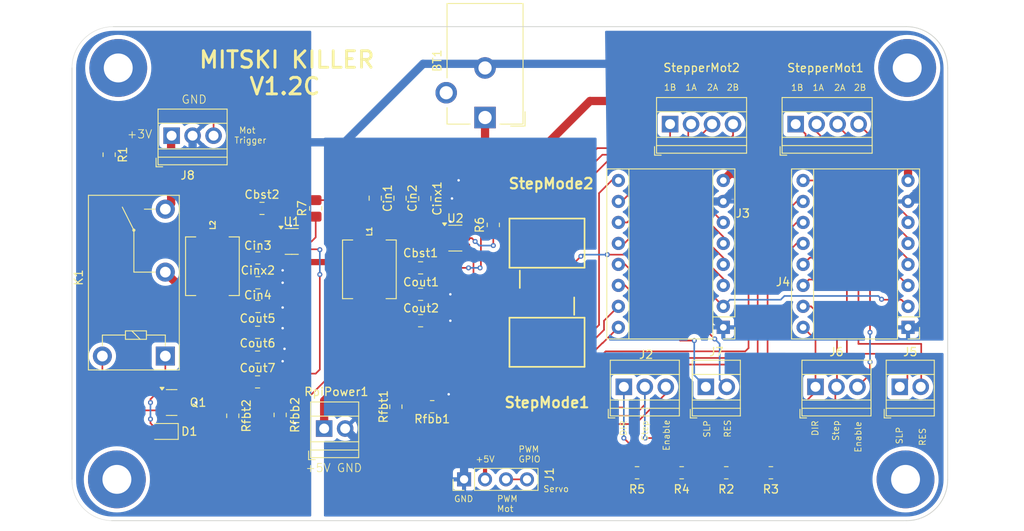
<source format=kicad_pcb>
(kicad_pcb (version 20240108) (generator "pcbnew") (generator_version "8.0")
  (layers (0 "F.Cu" signal) (31 "B.Cu" signal) (34 "B.Paste" user) (35 "F.Paste" user) (36 "B.SilkS" user "B.Silkscreen") (37 "F.SilkS" user "F.Silkscreen") (38 "B.Mask" user) (39 "F.Mask" user) (44 "Edge.Cuts" user))
  (net 0 "")
  (net 1 "GND")
  (net 2 "+12V")
  (net 3 "+5V")
  (net 4 "+3V")
  (net 5 "RPIO GPIO 17")
  (net 6 "RPIO GPIO 18")
  (net 7 "Net-(D1-A)")
  (net 8 "RPIO GPIO 24")
  (net 9 "RPIO GPIO 22")
  (net 10 "RPIO GPIO 23")
  (net 11 "RPIO GPIO 19")
  (net 12 "Net-(DCMotor1-+)")
  (net 13 "RPI GPIO 21")
  (net 14 "Net-(J3-MS3)")
  (net 15 "Net-(J3-1A)")
  (net 16 "Net-(J3-2A)")
  (net 17 "Net-(J3-~{SLEEP})")
  (net 18 "Net-(J3-MS1)")
  (net 19 "Net-(J3-~{RESET})")
  (net 20 "Net-(J3-2B)")
  (net 21 "Net-(J3-MS2)")
  (net 22 "Net-(J3-1B)")
  (net 23 "Net-(J4-MS3)")
  (net 24 "Net-(J4-2A)")
  (net 25 "Net-(J4-~{RESET})")
  (net 26 "Net-(J4-~{SLEEP})")
  (net 27 "Net-(J4-MS2)")
  (net 28 "Net-(J4-1A)")
  (net 29 "Net-(J4-MS1)")
  (net 30 "Net-(J4-1B)")
  (net 31 "Net-(J4-2B)")
  (net 32 "Net-(Q1-B)")
  (net 33 "Motor PWM")
  (net 34 "Net-(U2-VBST)")
  (net 35 "Net-(U2-SW)")
  (net 36 "Net-(U1-SW)")
  (net 37 "Net-(U1-VBST)")
  (net 38 "Net-(U2-VFB)")
  (net 39 "Net-(U1-VFB)")
  (net 40 "Net-(U1-EN)")
  (net 41 "Net-(U2-EN)")
  (footprint "Resistor_SMD:R_0805_2012Metric_Pad1.20x1.40mm_HandSolder" (layer "F.Cu") (at 158.2 88)
    (property "Reference" "R2")
    (property "Value" "10K")
  )
  (footprint "Capacitor_SMD:C_0805_2012Metric_Pad1.18x1.45mm_HandSolder" (layer "F.Cu") (at 101.5 62)
    (property "Reference" "Cin3")
    (property "Value" "10uF")
  )
  (footprint "TerminalBlock:TerminalBlock_Xinya_XY308-2.54-2P_1x02_P2.54mm_Horizontal" (layer "F.Cu") (at 109.525 82.65)
    (property "Reference" "RpiPower1")
    (property "Value" "Conn_01x02")
  )
  (footprint "Connector_BarrelJack:BarrelJack_CUI_PJ-102AH_Horizontal" (layer "F.Cu") (at 129 45 180)
    (property "Reference" "BT1")
    (property "Value" "Battery")
  )
  (footprint "Capacitor_SMD:C_0805_2012Metric_Pad1.18x1.45mm_HandSolder" (layer "F.Cu") (at 121.2 66.4)
    (property "Reference" "Cout1")
    (property "Value" "22uF")
  )
  (footprint "Package_TO_SOT_SMD:SOT-23-6" (layer "F.Cu") (at 105.6 60)
    (property "Reference" "U1")
    (property "Value" "TPS565208DDCR")
  )
  (footprint "TerminalBlock:TerminalBlock_Xinya_XY308-2.54-4P_1x04_P2.54mm_Horizontal" (layer "F.Cu") (at 166.6 45.8)
    (property "Reference" "StepperMot1")
    (property "Value" "Conn_01x04")
  )
  (footprint "SPM6530T-2R2M-HZ:IND_SPM6530T-2R2M-HZ" (layer "F.Cu") (at 96 63 -90)
    (property "Reference" "L2")
    (property "Value" "SPM6530T-2R2M")
  )
  (footprint "Resistor_SMD:R_0805_2012Metric_Pad1.20x1.40mm_HandSolder" (layer "F.Cu") (at 147.4 88)
    (property "Reference" "R5")
    (property "Value" "10K")
  )
  (footprint "Resistor_SMD:R_0805_2012Metric_Pad1.20x1.40mm_HandSolder" (layer "F.Cu") (at 152.8 88)
    (property "Reference" "R4")
    (property "Value" "10K")
  )
  (footprint "Capacitor_SMD:C_0805_2012Metric_Pad1.18x1.45mm_HandSolder" (layer "F.Cu") (at 121.7075 54.8 90)
    (property "Reference" "Cinx1")
    (property "Value" "100nF")
  )
  (footprint "MountingHole:MountingHole_3.5mm_Pad_TopBottom" (layer "F.Cu") (at 179.9 88.8)
    (property "Reference" "REF**" (hide yes))
    (property "Value" "MountingHole_3.5mm_Pad_TopBottom")
  )
  (footprint "TerminalBlock:TerminalBlock_Xinya_XY308-2.54-2P_1x02_P2.54mm_Horizontal" (layer "F.Cu") (at 179.2 77.6)
    (property "Reference" "J5")
    (property "Value" "Conn_01x02")
  )
  (footprint "Connector_PinHeader_2.54mm:PinHeader_1x04_P2.54mm_Vertical" (layer "F.Cu") (at 126.46 88.8 90)
    (property "Reference" "J1")
    (property "Value" "Conn_01x03")
  )
  (footprint "Resistor_SMD:R_0805_2012Metric_Pad1.20x1.40mm_HandSolder" (layer "F.Cu") (at 108.5 56 90)
    (property "Reference" "R7")
    (property "Value" "10k")
  )
  (footprint "DipSwitch-3Pin-219-3MST:SOP254P991X385-6N" (layer "F.Cu") (at 136.5 60.205 90)
    (property "Reference" "StepMode2")
    (property "Value" "219-3MST" (hide yes))
  )
  (footprint "Module:Pololu_Breakout-16_15.2x20.3mm" (layer "F.Cu") (at 180.2 70.4 180)
    (property "Reference" "J4")
    (property "Value" "Pololu_Breakout_A4988")
  )
  (footprint "TerminalBlock:TerminalBlock_Xinya_XY308-2.54-2P_1x02_P2.54mm_Horizontal" (layer "F.Cu") (at 155.725 77.6)
    (property "Reference" "J7")
    (property "Value" "Conn_01x02")
  )
  (footprint "Diode_SMD:D_0805_2012Metric_Pad1.15x1.40mm_HandSolder" (layer "F.Cu") (at 90 83 180)
    (property "Reference" "D1")
    (property "Value" "1N4001")
  )
  (footprint "Capacitor_SMD:C_0805_2012Metric_Pad1.18x1.45mm_HandSolder" (layer "F.Cu") (at 101.4625 77)
    (property "Reference" "Cout7")
    (property "Value" "22uF")
  )
  (footprint "Resistor_SMD:R_0805_2012Metric_Pad1.20x1.40mm_HandSolder" (layer "F.Cu") (at 83.5 49.5 -90)
    (property "Reference" "R1")
    (property "Value" "750")
  )
  (footprint "Package_TO_SOT_SMD:SOT-23-6" (layer "F.Cu") (at 125.4 59.6)
    (property "Reference" "U2")
    (property "Value" "TPS565208DDCR")
  )
  (footprint "Resistor_SMD:R_0805_2012Metric_Pad1.20x1.40mm_HandSolder" (layer "F.Cu") (at 98.4625 81.105 -90)
    (property "Reference" "Rfbt2")
    (property "Value" "33.2kOhm")
  )
  (footprint "Capacitor_SMD:C_0805_2012Metric_Pad1.18x1.45mm_HandSolder" (layer "F.Cu") (at 121.2 63.2)
    (property "Reference" "Cbst1")
    (property "Value" "100nF")
  )
  (footprint "Capacitor_SMD:C_0805_2012Metric_Pad1.18x1.45mm_HandSolder" (layer "F.Cu") (at 101.5 65)
    (property "Reference" "Cinx2")
    (property "Value" "100nF")
  )
  (footprint "Capacitor_SMD:C_0805_2012Metric_Pad1.18x1.45mm_HandSolder" (layer "F.Cu") (at 121.2 69.6)
    (property "Reference" "Cout2")
    (property "Value" "22uF")
  )
  (footprint "Resistor_SMD:R_0805_2012Metric_Pad1.20x1.40mm_HandSolder" (layer "F.Cu") (at 104.2 81 -90)
    (property "Reference" "Rfbb2")
    (property "Value" "10kOhm")
  )
  (footprint "Module:Pololu_Breakout-16_15.2x20.3mm" (layer "F.Cu") (at 157.84 70.4 180)
    (property "Reference" "J3")
    (property "Value" "Pololu_Breakout_A4988")
  )
  (footprint "SPM6530T-3R3M-HZ:IND_SPM6530T-3R3M-HZ" (layer "F.Cu") (at 115 63.375 -90)
    (property "Reference" "L1")
    (property "Value" "SPM6530T-3R3M")
  )
  (footprint "Capacitor_SMD:C_0805_2012Metric_Pad1.18x1.45mm_HandSolder" (layer "F.Cu") (at 101.5 67.875)
    (property "Reference" "Cin4")
    (property "Value" "10uF")
  )
  (footprint "MountingHole:MountingHole_3.5mm_Pad_TopBottom" (layer "F.Cu") (at 180.1 39)
    (property "Reference" "REF**" (hide yes))
    (property "Value" "MountingHole_3.5mm_Pad_TopBottom")
  )
  (footprint "DipSwitch-3Pin-219-3MST:SOP254P991X385-6N" (layer "F.Cu") (at 136.5 72.205 -90)
    (property "Reference" "StepMode1")
    (property "Value" "219-3MST" (hide yes))
  )
  (footprint "Capacitor_SMD:C_0805_2012Metric_Pad1.18x1.45mm_HandSolder" (layer "F.Cu") (at 102 56)
    (property "Reference" "Cbst2")
    (property "Value" "100nF")
  )
  (footprint "TerminalBlock:TerminalBlock_Xinya_XY308-2.54-4P_1x04_P2.54mm_Horizontal" (layer "F.Cu") (at 151.4 45.8)
    (property "Reference" "StepperMot2")
    (property "Value" "Conn_01x04")
  )
  (footprint "Capacitor_SMD:C_0805_2012Metric_Pad1.18x1.45mm_HandSolder" (layer "F.Cu") (at 118.7075 54.7625 90)
    (property "Reference" "Cin2")
    (property "Value" "10uF")
  )
  (footprint "Package_TO_SOT_SMD:SOT-23" (layer "F.Cu") (at 91.0625 79.5)
    (property "Reference" "Q1")
    (property "Value" "MMBT2222A")
  )
  (footprint "Capacitor_SMD:C_0805_2012Metric_Pad1.18x1.45mm_HandSolder" (layer "F.Cu") (at 101.4625 71)
    (property "Reference" "Cout5")
    (property "Value" "22uF")
  )
  (footprint "TerminalBlock:TerminalBlock_Xinya_XY308-2.54-3P_1x03_P2.54mm_Horizontal" (layer "F.Cu") (at 91.06 47.2)
    (property "Reference" "J8")
    (property "Value" "Conn_01x03")
  )
  (footprint "Resistor_SMD:R_0805_2012Metric_Pad1.20x1.40mm_HandSolder" (layer "F.Cu") (at 163.6 88)
    (property "Reference" "R3")
    (property "Value" "10K")
  )
  (footprint "Capacitor_SMD:C_0805_2012Metric_Pad1.18x1.45mm_HandSolder" (layer "F.Cu") (at 115.7075 54.7625 90)
    (property "Reference" "Cin1")
    (property "Value" "10uF")
  )
  (footprint "TerminalBlock:TerminalBlock_Xinya_XY308-2.54-3P_1x03_P2.54mm_Horizontal" (layer "F.Cu") (at 169 77.6)
    (property "Reference" "J6")
    (property "Value" "Conn_01x03")
  )
  (footprint "MountingHole:MountingHole_3.5mm_Pad_TopBottom" (layer "F.Cu") (at 84.435534 88.8)
    (property "Reference" "REF**" (hide yes))
    (property "Value" "MountingHole_3.5mm_Pad_TopBottom")
  )
  (footprint "Capacitor_SMD:C_0805_2012Metric_Pad1.18x1.45mm_HandSolder" (layer "F.Cu") (at 101.4625 74)
    (property "Reference" "Cout6")
    (property "Value" "22uF")
  )
  (footprint "MountingHole:MountingHole_3.5mm_Pad_TopBottom" (layer "F.Cu") (at 84.6 39)
    (property "Reference" "REF**" (hide yes))
    (property "Value" "MountingHole_3.5mm_Pad_TopBottom")
  )
  (footprint "Resistor_SMD:R_0805_2012Metric_Pad1.20x1.40mm_HandSolder" (layer "F.Cu") (at 130 58 90)
    (property "Reference" "R6")
    (property "Value" "10k")
  )
  (footprint "TerminalBlock:TerminalBlock_Xinya_XY308-2.54-3P_1x03_P2.54mm_Horizontal" (layer "F.Cu") (at 145.8 77.6)
    (property "Reference" "J2")
    (property "Value" "Conn_01x03")
  )
  (footprint "Resistor_SMD:R_0805_2012Metric_Pad1.20x1.40mm_HandSolder" (layer "F.Cu") (at 122.6 80)
    (property "Reference" "Rfbb1")
    (property "Value" "10kOhm")
  )
  (footprint "Resistor_SMD:R_0805_2012Metric_Pad1.20x1.40mm_HandSolder" (layer "F.Cu") (at 118.2075 80 -90)
    (property "Reference" "Rfbt1")
    (property "Value" "55kOhm")
  )
  (footprint "Relay_THT:Relay_SPST_Omron-G5Q-1A" (layer "F.Cu") (at 90.3 73.875 90)
    (property "Reference" "K1")
    (property "Value" "G5Q-1A")
  )
  (gr_arc (start 180 34) (mid 183.535534 35.464466) (end 185 39) (stroke (width 0.1)) (layer "Edge.Cuts"))
  (gr_line (start 185 39) (end 185 88.864466) (stroke (width 0.1)) (layer "Edge.Cuts"))
  (gr_arc (start 79 39) (mid 80.464466 35.464466) (end 84 34) (stroke (width 0.05)) (layer "Edge.Cuts"))
  (gr_line (start 84 34) (end 180 34) (stroke (width 0.1)) (layer "Edge.Cuts"))
  (gr_line (start 79 88.8) (end 79 39) (stroke (width 0.1)) (layer "Edge.Cuts"))
  (gr_arc (start 185 88.864466) (mid 183.522183 92.367767) (end 180 93.8) (stroke (width 0.1)) (layer "Edge.Cuts"))
  (gr_arc (start 83.8 93.8) (mid 80.364466 92.294113) (end 79 88.8) (stroke (width 0.05)) (layer "Edge.Cuts"))
  (gr_line (start 180 93.8) (end 83.8 93.8) (stroke (width 0.1)) (layer "Edge.Cuts"))
  (gr_text "2A" (at 171.19 41.82 0) (layer "F.SilkS") (effects (font (size 0.75 0.75) (thickness 0.1)) (justify left bottom)))
  (gr_text "GND" (at 125.2 91.6 0) (layer "F.SilkS") (effects (font (size 0.75 0.75) (thickness 0.1)) (justify left bottom)))
  (gr_text "SLP" (at 156.3 83.8 90) (layer "F.SilkS") (effects (font (size 0.75 0.75) (thickness 0.1)) (justify left bottom)))
  (gr_text "DIR" (at 146.2 83.6 90) (layer "F.SilkS") (effects (font (size 0.75 0.75) (thickness 0.1)) (justify left bottom)))
  (gr_text "PWM\nMot" (at 130.4 92.8 0) (layer "F.SilkS") (effects (font (size 0.75 0.75) (thickness 0.1)) (justify left bottom)))
  (gr_text "+5V" (at 107.2 88 0) (layer "F.SilkS") (effects (font (size 1 1) (thickness 0.1)) (justify left bottom)))
  (gr_text "Enable" (at 174.6 85.6 90) (layer "F.SilkS") (effects (font (size 0.75 0.75) (thickness 0.1)) (justify left bottom)))
  (gr_text "Step\n" (at 171.9 84.2 90) (layer "F.SilkS") (effects (font (size 0.75 0.75) (thickness 0.1)) (justify left bottom)))
  (gr_text "RES" (at 158.8 83.8 90) (layer "F.SilkS") (effects (font (size 0.75 0.75) (thickness 0.1)) (justify left bottom)))
  (gr_text "1A\n" (at 168.59 41.82 0) (layer "F.SilkS") (effects (font (size 0.75 0.75) (thickness 0.1)) (justify left bottom)))
  (gr_text "1B" (at 150.6 41.8 0) (layer "F.SilkS") (effects (font (size 0.75 0.75) (thickness 0.1)) (justify left bottom)))
  (gr_text "Step\n" (at 148.8 84.2 90) (layer "F.SilkS") (effects (font (size 0.75 0.75) (thickness 0.1)) (justify left bottom)))
  (gr_text "Servo" (at 136 90.4 0) (layer "F.SilkS") (effects (font (size 0.75 0.75) (thickness 0.1)) (justify left bottom)))
  (gr_text "1B" (at 165.99 41.82 0) (layer "F.SilkS") (effects (font (size 0.75 0.75) (thickness 0.1)) (justify left bottom)))
  (gr_text "RES" (at 182.4 84.8 90) (layer "F.SilkS") (effects (font (size 0.75 0.75) (thickness 0.1)) (justify left bottom)))
  (gr_text "GND" (at 92.2 43.4 0) (layer "F.SilkS") (effects (font (size 1 1) (thickness 0.1)) (justify left bottom)))
  (gr_text "DIR" (at 169.4 83.6 90) (layer "F.SilkS") (effects (font (size 0.75 0.75) (thickness 0.1)) (justify left bottom)))
  (gr_text "GND" (at 111 88 0) (layer "F.SilkS") (effects (font (size 1 1) (thickness 0.1)) (justify left bottom)))
  (gr_text "2B\n" (at 158.2 41.8 0) (layer "F.SilkS") (effects (font (size 0.75 0.75) (thickness 0.1)) (justify left bottom)))
  (gr_text "PWM\nGPIO" (at 133 86.8 0) (layer "F.SilkS") (effects (font (size 0.75 0.75) (thickness 0.1)) (justify left bottom)))
  (gr_text "1A\n" (at 153.2 41.8 0) (layer "F.SilkS") (effects (font (size 0.75 0.75) (thickness 0.1)) (justify left bottom)))
  (gr_text "+3V" (at 85.6 47.6 0) (layer "F.SilkS") (effects (font (size 1 1) (thickness 0.1)) (justify left bottom)))
  (gr_text "Enable" (at 151.4 85.4 90) (layer "F.SilkS") (effects (font (size 0.75 0.75) (thickness 0.1)) (justify left bottom)))
  (gr_text "2B\n" (at 173.59 41.82 0) (layer "F.SilkS") (effects (font (size 0.75 0.75) (thickness 0.1)) (justify left bottom)))
  (gr_text "+5V" (at 127.8 86.8 0) (layer "F.SilkS") (effects (font (size 0.75 0.75) (thickness 0.1)) (justify left bottom)))
  (gr_text " Mot \nTrigger" (at 98.6 48.2 0) (layer "F.SilkS") (effects (font (size 0.75 0.75) (thickness 0.1)) (justify left bottom)))
  (gr_text "MITSKI KILLER \n    V1.2C" (at 94.2 42.4 0) (layer "F.SilkS") (effects (font (size 2 2) (thickness 0.35) (bold yes)) (justify left bottom)))
  (gr_text "2A" (at 155.8 41.8 0) (layer "F.SilkS") (effects (font (size 0.75 0.75) (thickness 0.1)) (justify left bottom)))
  (gr_text "SLP" (at 179.6 84.6 90) (layer "F.SilkS") (effects (font (size 0.75 0.75) (thickness 0.1)) (justify left bottom)))
  (segment (start 123.7075 79.1675) (end 123.7075 80) (width 0.2) (layer "F.Cu") (net 1))
  (segment (start 124.2625 58.65) (end 124.2625 58.1375) (width 0.2) (layer "F.Cu") (net 1))
  (segment (start 103.605 73) (end 102.5 74.105) (width 0.2) (layer "F.Cu") (net 1))
  (segment (start 125.8 52.6) (end 123 52.6) (width 0.2) (layer "F.Cu") (net 1))
  (segment (start 94 79.5) (end 92 79.5) (width 0.2) (layer "F.Cu") (net 1))
  (segment (start 119.7825 54.8) (end 118.7075 53.725) (width 0.2) (layer "F.Cu") (net 1))
  (segment (start 102.5375 67.875) (end 104.375 67.875) (width 0.2) (layer "F.Cu") (net 1))
  (segment (start 124.8 69.6) (end 122.2375 69.6) (width 0.2) (layer "F.Cu") (net 1))
  (segment (start 121.7075 53.7625) (end 121.7075 54.155) (width 0.2) (layer "F.Cu") (net 1))
  (segment (start 126.46 88.8) (end 126.46 90.26) (width 0.2) (layer "F.Cu") (net 1))
  (segment (start 157.2 90.34) (end 160.26 90.34) (width 0.2) (layer "F.Cu") (net 1))
  (segment (start 124.375 78.5) (end 123.7075 79.1675) (width 0.2) (layer "F.Cu") (net 1))
  (segment (start 115.7075 53.725) (end 118.7075 53.725) (width 0.2) (layer "F.Cu") (net 1))
  (segment (start 105.5 58.1) (end 104.55 59.05) (width 0.2) (layer "F.Cu") (net 1))
  (segment (start 139.86 90.34) (end 146.4 90.34) (width 0.2) (layer "F.Cu") (net 1))
  (segment (start 151.8 90.34) (end 157.2 90.34) (width 0.2) (layer "F.Cu") (net 1))
  (segment (start 104.375 67.875) (end 104.5 68) (width 0.2) (layer "F.Cu") (net 1))
  (segment (start 102.5 76.5) (end 104.5 74.5) (width 0.2) (layer "F.Cu") (net 1))
  (segment (start 127.4 91.2) (end 139 91.2) (width 0.2) (layer "F.Cu") (net 1))
  (segment (start 102.5 71.5) (end 102.5 77.5) (width 0.2) (layer "F.Cu") (net 1))
  (segment (start 104.0375 63.5) (end 104.5 63.5) (width 0.2) (layer "F.Cu") (net 1))
  (segment (start 146.4 90.34) (end 151.8 90.34) (width 0.2) (layer "F.Cu") (net 1))
  (segment (start 160.26 90.34) (end 162.6 88) (width 0.2) (layer "F.Cu") (net 1))
  (segment (start 121.67 53.725) (end 121.7075 53.7625) (width 0.2) (layer "F.Cu") (net 1))
  (segment (start 122.2375 66.4) (end 121.98125 66.65625) (width 0.2) (layer "F.Cu") (net 1))
  (segment (start 146.4 88) (end 146.4 90.34) (width 0.2) (layer "F.Cu") (net 1))
  (segment (start 162.85 88) (end 162.6 88) (width 0.2) (layer "F.Cu") (net 1))
  (segment (start 104.72625 73) (end 103.605 73) (width 0.2) (layer "F.Cu") (net 1))
  (segment (start 102.5 77.5) (end 102.5 76.5) (width 0.2) (layer "F.Cu") (net 1))
  (segment (start 124.8 66.4) (end 122.2375 66.4) (width 0.2) (layer "F.Cu") (net 1))
  (segment (start 118.7075 53.725) (end 119 54.0175) (width 0.2) (layer "F.Cu") (net 1))
  (segment (start 102.5375 65) (end 104.5 65) (width 0.2) (layer "F.Cu") (net 1))
  (segment (start 121.98125 66.65625) (end 121.98125 69.34375) (width 0.2) (layer "F.Cu") (net 1))
  (segment (start 125 54.8) (end 119.7825 54.8) (width 0.2) (layer "F.Cu") (net 1))
  (segment (start 119.775 52.6) (end 119 53.375) (width 0.2) (layer "F.Cu") (net 1))
  (segment (start 151.8 88) (end 151.8 90.34) (width 0.2) (layer "F.Cu") (net 1))
  (segment (start 104 71) (end 102.5 71) (width 0.2) (layer "F.Cu") (net 1))
  (segment (start 121.98125 69.34375) (end 122.2375 69.6) (width 0.2) (layer "F.Cu") (net 1))
  (segment (start 124.2625 58.1375) (end 124.8 57.6) (width 0.2) (layer "F.Cu") (net 1))
  (segment (start 104.55 59.05) (end 104.4625 59.05) (width 0.2) (layer "F.Cu") (net 1))
  (segment (start 123 52.6) (end 119.775 52.6) (width 0.2) (layer "F.Cu") (net 1))
  (segment (start 126.46 88.8) (end 126.46 89.26) (width 0.2) (layer "F.Cu") (net 1))
  (segment (start 106 82) (end 104.2 82) (width 0.2) (layer "F.Cu") (net 1))
  (segment (start 157.2 88) (end 157.2 90.34) (width 0.2) (layer "F.Cu") (net 1))
  (segment (start 104.5 70.5) (end 104 71) (width 0.2) (layer "F.Cu") (net 1))
  (segment (start 123 52.6) (end 122.87 52.6) (width 0.2) (layer "F.Cu") (net 1))
  (segment (start 124.6 78.5) (end 124.375 78.5) (width 0.2) (layer "F.Cu") (net 1))
  (segment (start 126.46 90.26) (end 127.4 91.2) (width 0.2) (layer "F.Cu") (net 1))
  (segment (start 122.87 52.6) (end 121.7075 53.7625) (width 0.2) (layer "F.Cu") (net 1))
  (segment (start 102.5375 62) (end 104.0375 63.5) (width 0.2) (layer "F.Cu") (net 1))
  (segment (start 139 91.2) (end 139.86 90.34) (width 0.2) (layer "F.Cu") (net 1))
  (segment (start 118.7075 53.725) (end 121.67 53.725) (width 0.2) (layer "F.Cu") (net 1))
  (via (at 124.8 66.4) (size 0.6) (drill 0.3) (layers "F.Cu" "B.Cu") (net 1))
  (via (at 104.5 65) (size 0.6) (drill 0.3) (layers "F.Cu" "B.Cu") (net 1))
  (via (at 125 54.8) (size 0.6) (drill 0.3) (layers "F.Cu" "B.Cu") (net 1))
  (via (at 106 82) (size 0.6) (drill 0.3) (layers "F.Cu" "B.Cu") (net 1))
  (via (at 104.72625 73) (size 0.6) (drill 0.3) (layers "F.Cu" "B.Cu") (net 1))
  (via (at 104.5 63.5) (size 0.6) (drill 0.3) (layers "F.Cu" "B.Cu") (net 1))
  (via (at 124.8 69.6) (size 0.6) (drill 0.3) (layers "F.Cu" "B.Cu") (net 1))
  (via (at 104.5 68) (size 0.6) (drill 0.3) (layers "F.Cu" "B.Cu") (net 1))
  (via (at 125.8 52.6) (size 0.6) (drill 0.3) (layers "F.Cu" "B.Cu") (net 1))
  (via (at 104.5 70.5) (size 0.6) (drill 0.3) (layers "F.Cu" "B.Cu") (net 1))
  (via (at 105.5 58.1) (size 0.6) (drill 0.3) (layers "F.Cu" "B.Cu") (net 1))
  (via (at 124.8 57.6) (size 0.6) (drill 0.3) (layers "F.Cu" "B.Cu") (net 1))
  (via (at 124.6 78.5) (size 0.6) (drill 0.3) (layers "F.Cu" "B.Cu") (net 1))
  (via (at 104.5 74.5) (size 0.6) (drill 0.3) (layers "F.Cu" "B.Cu") (net 1))
  (via (at 94 79.5) (size 0.6) (drill 0.3) (layers "F.Cu" "B.Cu") (net 1))
  (segment (start 112 48) (end 121.5 38.5) (width 1) (layer "B.Cu") (net 1))
  (segment (start 182.4 47) (end 182.4 69.4) (width 1) (layer "B.Cu") (net 1))
  (segment (start 164.2 39.5) (end 164.2 54.155) (width 1) (layer "B.Cu") (net 1))
  (segment (start 164.2 54.155) (end 164 54.355) (width 1) (layer "B.Cu") (net 1))
  (segment (start 93.6 47.2) (end 93.6 48.9) (width 1) (layer "B.Cu") (net 1))
  (segment (start 157.84 55.16) (end 150.845 55.16) (width 1) (layer "B.Cu") (net 1))
  (segment (start 180.91 54.45) (end 180.2 55.16) (width 1) (layer "B.Cu") (net 1))
  (segment (start 158.645 54.355) (end 157.84 55.16) (width 1) (layer "B.Cu") (net 1))
  (segment (start 114.415 85) (end 125.8 85) (width 1) (layer "B.Cu") (net 1))
  (segment (start 106 82.5) (end 106 82) (width 0.2) (layer "B.Cu") (net 1))
  (segment (start 112 48) (end 107 48) (width 1) (layer "B.Cu") (net 1))
  (segment (start 179 43.6) (end 182.4 47) (width 1) (layer "B.Cu") (net 1))
  (segment (start 182.4 69.4) (end 181.4 70.4) (width 1) (layer "B.Cu") (net 1))
  (segment (start 165.2 38.5) (end 172.9 38.5) (width 1) (layer "B.Cu") (net 1))
  (segment (start 121.5 38.5) (end 165.2 38.5) (width 1) (layer "B.Cu") (net 1))
  (segment (start 112.065 82.65) (end 114.415 85) (width 1) (layer "B.Cu") (net 1))
  (segment (start 165.2 38.5) (end 164.2 39.5) (width 1) (layer "B.Cu") (net 1))
  (segment (start 105.9625 81.9625) (end 106 82) (width 0.2) (layer "B.Cu") (net 1))
  (segment (start 172.9 38.5) (end 178 43.6) (width 1) (layer "B.Cu") (net 1))
  (segment (start 164 54.355) (end 158.645 54.355) (width 1) (layer "B.Cu") (net 1))
  (segment (start 150.8 63.36) (end 157.84 70.4) (width 1) (layer "B.Cu") (net 1))
  (segment (start 126.46 86.26) (end 126.46 88.8) (width 1) (layer "B.Cu") (net 1))
  (segment (start 125.8 48) (end 125.8 56) (width 1) (layer "B.Cu") (net 1))
  (segment (start 150.8 55.205) (end 150.8 63.36) (width 1) (layer "B.Cu") (net 1))
  (segment (start 125.8 85.6) (end 126.46 86.26) (width 1) (layer "B.Cu") (net 1))
  (segment (start 178 43.6) (end 179 43.6) (width 1) (layer "B.Cu") (net 1))
  (segment (start 112 48) (end 125.8 48) (width 1) (layer "B.Cu") (net 1))
  (segment (start 125.8 85) (end 125.8 85.6) (width 1) (layer "B.Cu") (net 1))
  (segment (start 182.35 54.45) (end 180.91 54.45) (width 1) (layer "B.Cu") (net 1))
  (segment (start 181.4 70.4) (end 180.2 70.4) (width 1) (layer "B.Cu") (net 1))
  (segment (start 150.845 55.16) (end 150.8 55.205) (width 1) (layer "B.Cu") (net 1))
  (segment (start 125.8 85) (end 125.8 78.4) (width 1) (layer "B.Cu") (net 1))
  (segment (start 100.4625 62) (end 101.5125 60.95) (width 0.2) (layer "F.Cu") (net 2))
  (segment (start 119.6 57) (end 119.0375 56.4375) (width 0.2) (layer "F.Cu") (net 2))
  (segment (start 126.48919 57) (end 126.344595 57.144595) (width 0.2) (layer "F.Cu") (net 2))
  (segment (start 126.344595 57.144595) (end 127.5 55.98919) (width 1) (layer "F.Cu") (net 2))
  (segment (start 110.5 62.5) (end 105.5 62.5) (width 0.75) (layer "F.Cu") (net 2))
  (segment (start 124.85 60.55) (end 124.2625 60.55) (width 0.35) (layer "F.Cu") (net 2))
  (segment (start 110.5 55.1) (end 115 50.6) (width 1) (layer "F.Cu") (net 2))
  (segment (start 161.785 51.815) (end 158.645 51.815) (width 1) (layer "F.Cu") (net 2))
  (segment (start 125.6 56) (end 126.6 57) (width 0.2) (layer "F.Cu") (net 2))
  (segment (start 121.7075 55.8375) (end 121.87 56) (width 0.2) (layer "F.Cu") (net 2))
  (segment (start 180.2 48.2) (end 180.2 52.62) (width 1) (layer "F.Cu") (net 2))
  (segment (start 129 50.6) (end 129.2 50.8) (width 1) (layer "F.Cu") (net 2))
  (segment (start 125.4 60) (end 124.85 60.55) (width 0.35) (layer "F.Cu") (net 2))
  (segment (start 110.5 62.5) (end 110.5 55.1) (width 1) (layer "F.Cu") (net 2))
  (segment (start 108.5 55) (end 110.4 55) (width 0.2) (layer "F.Cu") (net 2))
  (segment (start 110.4 55) (end 110.5 55.1) (width 0.2) (layer "F.Cu") (net 2))
  (segment (start 130 57) (end 126.48919 57) (width 0.2) (layer "F.Cu") (net 2))
  (segment (start 105.5 62.5) (end 105 62) (width 0.75) (layer "F.Cu") (net 2))
  (segment (start 125.4 58.08919) (end 125.4 60) (width 0.35) (layer "F.Cu") (net 2))
  (segment (start 115 50.6) (end 129 50.6) (width 1) (layer "F.Cu") (net 2))
  (segment (start 121.7075 55.8375) (end 121.67 55.8) (width 0.2) (layer "F.Cu") (net 2))
  (segment (start 127.5 55.98919) (end 127.5 55.5) (width 1) (layer "F.Cu") (net 2))
  (segment (start 105 62) (end 104.4625 61.4625) (width 0.5) (layer "F.Cu") (net 2))
  (segment (start 141.705 43) (end 175 43) (width 1) (layer "F.Cu") (net 2))
  (segment (start 129.2 50.8) (end 133.905 50.8) (width 1) (layer "F.Cu") (net 2))
  (segment (start 100.4625 65) (end 100.4625 62) (width 0.2) (layer "F.Cu") (net 2))
  (segment (start 162 51.6) (end 161.785 51.815) (width 1) (layer "F.Cu") (net 2))
  (segment (start 175 43) (end 180.2 48.2) (width 1) (layer "F.Cu") (net 2))
  (segment (start 118.8375 55.8) (end 119 55.9625) (width 0.2) (layer "F.Cu") (net 2))
  (segment (start 121.87 56) (end 125.6 56) (width 0.2) (layer "F.Cu") (net 2))
  (segment (start 133.905 50.8) (end 141.705 43) (width 1) (layer "F.Cu") (net 2))
  (segment (start 121.67 55.8) (end 118.7075 55.8) (width 0.2) (layer "F.Cu") (net 2))
  (segment (start 104.4625 61.4625) (end 104.4625 61) (width 0.5) (layer "F.Cu") (net 2))
  (segment (start 101.5125 60.95) (end 104.4625 60.95) (width 0.2) (layer "F.Cu") (net 2))
  (segment (start 158.645 51.815) (end 157.84 52.62) (width 1) (layer "F.Cu") (net 2))
  (segment (start 127.089191 56.4) (end 127.4 56.4) (width 0.35) (layer "F.Cu") (net 2))
  (segment (start 115.7075 55.8) (end 118.8375 55.8) (width 0.2) (layer "F.Cu") (net 2))
  (segment (start 129 54) (end 129 45) (width 1) (layer "F.Cu") (net 2))
  (segment (start 126.344595 57.144595) (end 125.4 58.08919) (width 0.35) (layer "F.Cu") (net 2))
  (segment (start 100.4625 67.875) (end 100.4625 65) (width 0.2) (layer "F.Cu") (net 2))
  (segment (start 126.444596 57.044596) (end 126.4 57) (width 0.2) (layer "F.Cu") (net 2))
  (segment (start 127.5 55.5) (end 129 54) (width 1) (layer "F.Cu") (net 2))
  (segment (start 162 43) (end 162 51.6) (width 1) (layer "F.Cu") (net 2))
  (segment (start 126.4 57) (end 119.6 57) (width 0.2) (layer "F.Cu") (net 2))
  (segment (start 107 78.5) (end 108 78.5) (width 0.2) (layer "F.Cu") (net 3))
  (segment (start 94.5 84.5) (end 107 84.5) (width 0.2) (layer "F.Cu") (net 3))
  (segment (start 133.96 64.58) (end 136.5 64.58) (width 0.2) (layer "F.Cu") (net 3))
  (segment (start 91.025 83) (end 93 83) (width 0.2) (layer "F.Cu") (net 3))
  (segment (start 129 82.6) (end 129 88.8) (width 0.5) (layer "F.Cu") (net 3))
  (segment (start 136.5 64.58) (end 136.5 67.83) (width 0.2) (layer "F.Cu") (net 3))
  (segment (start 109.525 82.65) (end 109.525 79.275) (width 1) (layer "F.Cu") (net 3))
  (segment (start 91.025 83) (end 91.025 84.975) (width 0.2) (layer "F.Cu") (net 3))
  (segment (start 129 82.6) (end 115.6 82.6) (width 0.5) (layer "F.Cu") (net 3))
  (segment (start 108 78.5) (end 114 72.5) (width 0.2) (layer "F.Cu") (net 3))
  (segment (start 179.395 67.055) (end 180.2 67.86) (width 0.2) (layer "F.Cu") (net 3))
  (segment (start 107 84.5) (end 107 78.5) (width 0.2) (layer "F.Cu") (net 3))
  (segment (start 129 82.6) (end 129.4 82.2) (width 0.2) (layer "F.Cu") (net 3))
  (segment (start 115.6 82.6) (end 115.6 75.6) (width 0.5) (layer "F.Cu") (net 3))
  (segment (start 115 66.15) (end 115 67.6) (width 0.75) (layer "F.Cu") (net 3))
  (segment (start 117.5 78.2925) (end 117.5 76) (width 0.2) (layer "F.Cu") (net 3))
  (segment (start 118.2075 79) (end 117.5 78.2925) (width 0.2) (layer "F.Cu") (net 3))
  (segment (start 139.04 63.36) (end 139.04 64.58) (width 0.2) (layer "F.Cu") (net 3))
  (segment (start 177.055 67.055) (end 179.395 67.055) (width 0.2) (layer "F.Cu") (net 3))
  (segment (start 143.8 61.6) (end 151.58 61.6) (width 0.2) (layer "F.Cu") (net 3))
  (segment (start 120.1625 67.71875) (end 118.59375 66.15) (width 0.2) (layer "F.Cu") (net 3))
  (segment (start 91 85) (end 88 85) (width 0.2) (layer "F.Cu") (net 3))
  (segment (start 91.025 84.975) (end 91 85) (width 0.2) (layer "F.Cu") (net 3))
  (segment (start 129.4 82.2) (end 129.4 71.4) (width 0.2) (layer "F.Cu") (net 3))
  (segment (start 129.4 71.4) (end 132.97 67.83) (width 0.2) (layer "F.Cu") (net 3))
  (segment (start 139.04 67.83) (end 136.5 67.83) (width 0.2) (layer "F.Cu") (net 3))
  (segment (start 115.6 75.6) (end 115 75) (width 0.5) (layer "F.Cu") (net 3))
  (segment (start 151.58 61.6) (end 157.84 67.86) (width 0.2) (layer "F.Cu") (net 3))
  (segment (start 177 67) (end 177.055 67.055) (width 0.2) (layer "F.Cu") (net 3))
  (segment (start 139.04 64.58) (end 136.5 64.58) (width 0.2) (layer "F.Cu") (net 3))
  (segment (start 93 83) (end 94.5 84.5) (width 0.2) (layer "F.Cu") (net 3))
  (segment (start 132.97 67.83) (end 133.96 67.83) (width 0.2) (layer "F.Cu") (net 3))
  (segment (start 109.525 79.275) (end 113.1 75.7) (width 1) (layer "F.Cu") (net 3))
  (segment (start 140.6 61.8) (end 139.04 63.36) (width 0.2) (layer "F.Cu") (net 3))
  (segment (start 120.1625 69.6) (end 120.1625 67.71875) (width 0.2) (layer "F.Cu") (net 3))
  (segment (start 133.96 67.83) (end 136.5 67.83) (width 0.2) (layer "F.Cu") (net 3))
  (segment (start 113.1 75.7) (end 114.4 74.4) (width 1) (layer "F.Cu") (net 3))
  (segment (start 118.59375 66.15) (end 115.675 66.15) (width 0.5) (layer "F.Cu") (net 3))
  (segment (start 120.1625 66.4) (end 119.9125 66.15) (width 0.2) (layer "F.Cu") (net 3))
  (segment (start 88 85) (end 82.68 79.68) (width 0.2) (layer "F.Cu") (net 3))
  (segment (start 82.68 79.68) (end 82.68 73.875) (width 0.2) (layer "F.Cu") (net 3))
  (segment (start 119.9125 66.15) (end 118.59375 66.15) (width 0.2) (layer "F.Cu") (net 3))
  (segment (start 117.5 76) (end 116 74.5) (width 0.2) (layer "F.Cu") (net 3))
  (via (at 177 67) (size 0.6) (drill 0.3) (layers "F.Cu" "B.Cu") (net 3))
  (via (at 143.8 61.6) (size 0.6) (drill 0.3) (layers "F.Cu" "B.Cu") (net 3))
  (via (at 140.6 61.8) (size 0.6) (drill 0.3) (layers "F.Cu" "B.Cu") (net 3))
  (segment (start 177 67) (end 176.6 66.6) (width 0.2) (layer "B.Cu") (net 3))
  (segment (start 176.6 66.6) (end 165.24 66.6) (width 0.2) (layer "B.Cu") (net 3))
  (segment (start 164.785 67.055) (end 158.645 67.055) (width 0.2) (layer "B.Cu") (net 3))
  (segment (start 140.8 61.6) (end 143.8 61.6) (width 0.2) (layer "B.Cu") (net 3))
  (segment (start 158.645 67.055) (end 157.84 67.86) (width 0.2) (layer "B.Cu") (net 3))
  (segment (start 165.24 66.6) (end 164.785 67.055) (width 0.2) (layer "B.Cu") (net 3))
  (segment (start 140.6 61.8) (end 140.8 61.6) (width 0.2) (layer "B.Cu") (net 3))
  (segment (start 95.9625 65.58) (end 92.165 65.58) (width 1) (layer "F.Cu") (net 4))
  (segment (start 98.4625 79.48) (end 97 78.0175) (width 0.2) (layer "F.Cu") (net 4))
  (segment (start 96 67) (end 96.25 67.25) (width 0.3) (layer "F.Cu") (net 4))
  (segment (start 97 78.0175) (end 97 75) (width 0.2) (layer "F.Cu") (net 4))
  (segment (start 100.425 74.105) (end 99.105 74.105) (width 0.2) (layer "F.Cu") (net 4))
  (segment (start 95.9625 65.69625) (end 95.9625 65.58) (width 1) (layer "F.Cu") (net 4))
  (segment (start 95.9625 65.7375) (end 95.9625 65.58) (width 0.2) (layer "F.Cu") (net 4))
  (segment (start 96 67) (end 100 71) (width 0.2) (layer "F.Cu") (net 4))
  (segment (start 96 65.775) (end 96 67) (width 0.3) (layer "F.Cu") (net 4))
  (segment (start 100 71) (end 100.425 71) (width 0.2) (layer "F.Cu") (net 4))
  (segment (start 100.425 77.5) (end 97 74.075) (width 0.2) (layer "F.Cu") (net 4))
  (segment (start 99.105 74.105) (end 97 72) (width 0.2) (layer "F.Cu") (net 4))
  (segment (start 96 65.775) (end 95.9625 65.7375) (width 0.2) (layer "F.Cu") (net 4))
  (segment (start 92.165 65.58) (end 90.3 63.715) (width 1) (layer "F.Cu") (net 4))
  (segment (start 90.25 62.8) (end 90.25 62.75) (width 0.2) (layer "F.Cu") (net 4))
  (segment (start 97 74.075) (end 97 74) (width 0.2) (layer "F.Cu") (net 4))
  (segment (start 159.2 88) (end 169 78.2) (width 0.2) (layer "F.Cu") (net 5))
  (segment (start 169 77.6) (end 169 71.9) (width 0.2) (layer "F.Cu") (net 5))
  (segment (start 169 78.2) (end 169 77.6) (width 0.2) (layer "F.Cu") (net 5))
  (segment (start 169 71.9) (end 167.5 70.4) (width 0.2) (layer "F.Cu") (net 5))
  (segment (start 168.46 67.86) (end 167.5 67.86) (width 0.2) (layer "F.Cu") (net 6))
  (segment (start 164.6 88) (end 171.4 81.2) (width 0.2) (layer "F.Cu") (net 6))
  (segment (start 171.6 71) (end 168.46 67.86) (width 0.2) (layer "F.Cu") (net 6))
  (segment (start 171.6 77.54) (end 171.6 71) (width 0.2) (layer "F.Cu") (net 6))
  (segment (start 171.54 77.6) (end 171.6 77.54) (width 0.2) (layer "F.Cu") (net 6))
  (segment (start 171.4 81.2) (end 171.4 77.74) (width 0.2) (layer "F.Cu") (net 6))
  (segment (start 171.4 77.74) (end 171.54 77.6) (width 0.2) (layer "F.Cu") (net 6))
  (segment (start 88.5 79.5) (end 88.5 79.1) (width 0.2) (layer "F.Cu") (net 7))
  (segment (start 88.5 82) (end 88.975 82.475) (width 0.2) (layer "F.Cu") (net 7))
  (segment (start 89.8 73.95) (end 89.8 72.875) (width 0.2) (layer "F.Cu") (net 7))
  (segment (start 88.5 81.5) (end 88.5 82) (width 0.2) (layer "F.Cu") (net 7))
  (segment (start 89.05 78.55) (end 90.125 78.55) (width 0.2) (layer "F.Cu") (net 7))
  (segment (start 90.3 72.809315) (end 90.3 73.875) (width 0.2) (layer "F.Cu") (net 7))
  (segment (start 90.3 78.375) (end 90.3 73.875) (width 0.2) (layer "F.Cu") (net 7))
  (segment (start 88.975 82.475) (end 88.975 83) (width 0.2) (layer "F.Cu") (net 7))
  (segment (start 88.5 79.1) (end 89.05 78.55) (width 0.2) (layer "F.Cu") (net 7))
  (segment (start 90.125 78.55) (end 90.3 78.375) (width 0.2) (layer "F.Cu") (net 7))
  (via (at 88.5 79.5) (size 0.6) (drill 0.3) (layers "F.Cu" "B.Cu") (net 7))
  (via (at 88.5 81.5) (size 0.6) (drill 0.3) (layers "F.Cu" "B.Cu") (net 7))
  (segment (start 88.5 81.5) (end 88.5 79.5) (width 0.2) (layer "B.Cu") (net 7))
  (segment (start 145.14 52.62) (end 144.335 52.62) (width 0.2) (layer "F.Cu") (net 8))
  (segment (start 150.88 78.425) (end 150.88 77.6) (width 0.2) (layer "F.Cu") (net 8))
  (segment (start 142.8 54.155) (end 142.8 70.105) (width 0.2) (layer "F.Cu") (net 8))
  (segment (start 130.295 72.105) (end 130.2 72.2) (width 0.2) (layer "F.Cu") (net 8))
  (segment (start 130.2 72.2) (end 130.2 80.305) (width 0.2) (layer "F.Cu") (net 8))
  (segment (start 142.8 70.105) (end 140.8 72.105) (width 0.2) (layer "F.Cu") (net 8))
  (segment (start 132 82.105) (end 147.2 82.105) (width 0.2) (layer "F.Cu") (net 8))
  (segment (start 140.8 72.105) (end 130.295 72.105) (width 0.2) (layer "F.Cu") (net 8))
  (segment (start 144.335 52.62) (end 142.8 54.155) (width 0.2) (layer "F.Cu") (net 8))
  (segment (start 147.2 82.105) (end 150.88 78.425) (width 0.2) (layer "F.Cu") (net 8))
  (segment (start 130.2 80.305) (end 132 82.105) (width 0.2) (layer "F.Cu") (net 8))
  (segment (start 145.8 80.105) (end 134.2 80.105) (width 0.2) (layer "F.Cu") (net 9))
  (segment (start 132.2 78.105) (end 132.2 74.305) (width 0.2) (layer "F.Cu") (net 9))
  (segment (start 147.5 85.5) (end 145.8 83.8) (width 0.2) (layer "F.Cu") (net 9))
  (segment (start 134.2 80.105) (end 132.2 78.105) (width 0.2) (layer "F.Cu") (net 9))
  (segment (start 141.2 74.305) (end 143.2 72.305) (width 0.2) (layer "F.Cu") (net 9))
  (segment (start 132.2 74.305) (end 141.2 74.305) (width 0.2) (layer "F.Cu") (net 9))
  (segment (start 143.2 72.305) (end 143.235 72.305) (width 0.2) (layer "F.Cu") (net 9))
  (segment (start 145.8 77.6) (end 145.8 80.105) (width 0.2) (layer "F.Cu") (net 9))
  (segment (start 148.4 88) (end 147.5 87.1) (width 0.2) (layer "F.Cu") (net 9))
  (segment (start 147.5 87.1) (end 147.5 85.5) (width 0.2) (layer "F.Cu") (net 9))
  (segment (start 143.235 72.305) (end 145.14 70.4) (width 0.2) (layer "F.Cu") (net 9))
  (via (at 145.8 83.8) (size 0.6) (drill 0.3) (layers "F.Cu" "B.Cu") (net 9))
  (segment (start 145.8 83.8) (end 145.8 77.6) (width 0.2) (layer "B.Cu") (net 9))
  (segment (start 143.4 70.705) (end 143.4 69.6) (width 0.2) (layer "F.Cu") (net 10))
  (segment (start 148.34 77.6) (end 148.34 79.765) (width 0.2) (layer "F.Cu") (net 10))
  (segment (start 131 79.305) (end 131 73.305) (width 0.2) (layer "F.Cu") (net 10))
  (segment (start 148.34 79.765) (end 147 81.105) (width 0.2) (layer "F.Cu") (net 10))
  (segment (start 147 81.105) (end 132.8 81.105) (width 0.2) (layer "F.Cu") (net 10))
  (segment (start 149.6 83.8) (end 153.8 88) (width 0.2) (layer "F.Cu") (net 10))
  (segment (start 143.4 69.6) (end 145.14 67.86) (width 0.2) (layer "F.Cu") (net 10))
  (segment (start 132.8 81.105) (end 131 79.305) (width 0.2) (layer "F.Cu") (net 10))
  (segment (start 140.8 73.305) (end 143.4 70.705) (width 0.2) (layer "F.Cu") (net 10))
  (segment (start 131 73.305) (end 140.8 73.305) (width 0.2) (layer "F.Cu") (net 10))
  (segment (start 148.4 83.8) (end 149.6 83.8) (width 0.2) (layer "F.Cu") (net 10))
  (via (at 148.4 83.8) (size 0.6) (drill 0.3) (layers "F.Cu" "B.Cu") (net 10))
  (segment (start 148.34 83.74) (end 148.34 77.6) (width 0.2) (layer "B.Cu") (net 10))
  (segment (start 148.4 83.8) (end 148.34 83.74) (width 0.2) (layer "B.Cu") (net 10))
  (segment (start 173.2 58.6) (end 173.2 55.375) (width 0.2) (layer "F.Cu") (net 11))
  (segment (start 173.2 55.375) (end 170.445 52.62) (width 0.2) (layer "F.Cu") (net 11))
  (segment (start 175.6 61) (end 173.2 58.6) (width 0.2) (layer "F.Cu") (net 11))
  (segment (start 175.6 71) (end 175.6 61) (width 0.2) (layer "F.Cu") (net 11))
  (segment (start 174.08 77.6) (end 175.6 76.08) (width 0.2) (layer "F.Cu") (net 11))
  (segment (start 175.6 76.08) (end 175.6 74.6) (width 0.2) (layer "F.Cu") (net 11))
  (segment (start 170.445 52.62) (end 167.5 52.62) (width 0.2) (layer "F.Cu") (net 11))
  (via (at 175.6 74.6) (size 0.6) (drill 0.3) (layers "F.Cu" "B.Cu") (net 11))
  (via (at 175.6 71) (size 0.6) (drill 0.3) (layers "F.Cu" "B.Cu") (net 11))
  (segment (start 175.6 74.6) (end 175.6 71) (width 0.2) (layer "B.Cu") (net 11))
  (segment (start 91.06 47.2) (end 91 47.26) (width 1) (layer "F.Cu") (net 12))
  (segment (start 91 55.395) (end 90.3 56.095) (width 1) (layer "F.Cu") (net 12))
  (segment (start 91.6 47.34) (end 91.68 47.26) (width 0.2) (layer "F.Cu") (net 12))
  (segment (start 91 47.26) (end 91 55.395) (width 1) (layer "F.Cu") (net 12))
  (segment (start 85.3 45.2) (end 83.5 47) (width 0.2) (layer "F.Cu") (net 13))
  (segment (start 96.14 47.2) (end 96.14 45.2) (width 0.2) (layer "F.Cu") (net 13))
  (segment (start 83.5 47) (end 83.5 48.5) (width 0.2) (layer "F.Cu") (net 13))
  (segment (start 96.14 45.2) (end 85.3 45.2) (width 0.2) (layer "F.Cu") (net 13))
  (segment (start 145.865 60.24) (end 145.14 60.24) (width 0.2) (layer "F.Cu") (net 14))
  (segment (start 139.2 55.67) (end 139.2 52.105) (width 0.2) (layer "F.Cu") (net 14))
  (segment (start 139.2 52.105) (end 142.6 48.705) (width 0.2) (layer "F.Cu") (net 14))
  (segment (start 148.6 48.705) (end 148.6 57.505) (width 0.2) (layer "F.Cu") (net 14))
  (segment (start 148.6 57.505) (end 145.865 60.24) (width 0.2) (layer "F.Cu") (net 14))
  (segment (start 142.6 48.705) (end 148.6 48.705) (width 0.2) (layer "F.Cu") (net 14))
  (segment (start 139.04 55.83) (end 139.2 55.67) (width 0.2) (layer "F.Cu") (net 14))
  (segment (start 153.6 46.14) (end 153.6 57.735) (width 0.2) (layer "F.Cu") (net 15))
  (segment (start 153.6 57.735) (end 157.84 61.975) (width 0.2) (layer "F.Cu") (net 15))
  (segment (start 153.94 45.8) (end 153.6 46.14) (width 0.2) (layer "F.Cu") (net 15))
  (segment (start 157.84 61.975) (end 157.84 62.78) (width 0.2) (layer "F.Cu") (net 15))
  (segment (start 155 47.28) (end 155 56.595) (width 0.2) (layer "F.Cu") (net 16))
  (segment (start 155 56.595) (end 157.84 59.435) (width 0.2) (layer "F.Cu") (net 16))
  (segment (start 156.48 45.8) (end 155 47.28) (width 0.2) (layer "F.Cu") (net 16))
  (segment (start 157.84 59.435) (end 157.84 60.24) (width 0.2) (layer "F.Cu") (net 16))
  (segment (start 152.625 72) (end 145.945 65.32) (width 0.2) (layer "F.Cu") (net 17))
  (segment (start 145.945 65.32) (end 145.14 65.32) (width 0.2) (layer "F.Cu") (net 17))
  (segment (start 154.325 72) (end 152.625 72) (width 0.2) (layer "F.Cu") (net 17))
  (via (at 154.325 72) (size 0.6) (drill 0.3) (layers "F.Cu" "B.Cu") (net 17))
  (segment (start 154.325 76.2) (end 155.725 77.6) (width 0.2) (layer "B.Cu") (net 17))
  (segment (start 154.325 72) (end 154.325 76.2) (width 0.2) (layer "B.Cu") (net 17))
  (segment (start 135.8 58.905) (end 140.4 58.905) (width 0.2) (layer "F.Cu") (net 18))
  (segment (start 141.8 52.305) (end 143.8 50.305) (width 0.2) (layer "F.Cu") (net 18))
  (segment (start 145.545 55.16) (end 145.14 55.16) (width 0.2) (layer "F.Cu") (net 18))
  (segment (start 141.8 57.505) (end 141.8 52.305) (width 0.2) (layer "F.Cu") (net 18))
  (segment (start 143.8 50.305) (end 146.8 50.305) (width 0.2) (layer "F.Cu") (net 18))
  (segment (start 133.96 57.065) (end 135.8 58.905) (width 0.2) (layer "F.Cu") (net 18))
  (segment (start 146.8 50.305) (end 146.8 53.905) (width 0.2) (layer "F.Cu") (net 18))
  (segment (start 146.8 53.905) (end 145.545 55.16) (width 0.2) (layer "F.Cu") (net 18))
  (segment (start 133.96 55.83) (end 133.96 57.065) (width 0.2) (layer "F.Cu") (net 18))
  (segment (start 140.4 58.905) (end 141.8 57.505) (width 0.2) (layer "F.Cu") (net 18))
  (segment (start 145.945 62.78) (end 145.14 62.78) (width 0.2) (layer "F.Cu") (net 19))
  (segment (start 153.965 70.8) (end 145.945 62.78) (width 0.2) (layer "F.Cu") (net 19))
  (segment (start 156.8 71.8) (end 155.8 70.8) (width 0.2) (layer "F.Cu") (net 19))
  (segment (start 155.8 70.8) (end 153.965 70.8) (width 0.2) (layer "F.Cu") (net 19))
  (via (at 156.8 71.8) (size 0.6) (drill 0.3) (layers "F.Cu" "B.Cu") (net 19))
  (segment (start 157.4 72.4) (end 157.4 76.735) (width 0.2) (layer "B.Cu") (net 19))
  (segment (start 156.8 71.8) (end 157.4 72.4) (width 0.2) (layer "B.Cu") (net 19))
  (segment (start 157.4 76.735) (end 158.265 77.6) (width 0.2) (layer "B.Cu") (net 19))
  (segment (start 156.2 56.06) (end 157.84 57.7) (width 0.2) (layer "F.Cu") (net 20))
  (segment (start 159.02 45.8) (end 159.02 47.18) (width 0.2) (layer "F.Cu") (net 20))
  (segment (start 156.2 50) (end 156.2 56.06) (width 0.2) (layer "F.Cu") (net 20))
  (segment (start 159.02 47.18) (end 156.2 50) (width 0.2) (layer "F.Cu") (net 20))
  (segment (start 137.2 57.905) (end 139.8 57.905) (width 0.2) (layer "F.Cu") (net 21))
  (segment (start 143.2 49.505) (end 147.6 49.505) (width 0.2) (layer "F.Cu") (net 21))
  (segment (start 136.5 55.83) (end 136.5 57.205) (width 0.2) (layer "F.Cu") (net 21))
  (segment (start 140.6 57.105) (end 140.6 52.105) (width 0.2) (layer "F.Cu") (net 21))
  (segment (start 139.8 57.905) (end 140.6 57.105) (width 0.2) (layer "F.Cu") (net 21))
  (segment (start 140.6 52.105) (end 143.2 49.505) (width 0.2) (layer "F.Cu") (net 21))
  (segment (start 146.205 57.7) (end 145.14 57.7) (width 0.2) (layer "F.Cu") (net 21))
  (segment (start 147.6 56.305) (end 146.205 57.7) (width 0.2) (layer "F.Cu") (net 21))
  (segment (start 136.5 57.205) (end 137.2 57.905) (width 0.2) (layer "F.Cu") (net 21))
  (segment (start 147.6 49.505) (end 147.6 56.305) (width 0.2) (layer "F.Cu") (net 21))
  (segment (start 157.84 64.515) (end 157.84 65.32) (width 0.2) (layer "F.Cu") (net 22))
  (segment (start 151.4 49.6) (end 152.2 50.4) (width 0.2) (layer "F.Cu") (net 22))
  (segment (start 151.4 45.8) (end 151.4 49.6) (width 0.2) (layer "F.Cu") (net 22))
  (segment (start 152.2 50.4) (end 152.2 58.875) (width 0.2) (layer "F.Cu") (net 22))
  (segment (start 152.2 58.875) (end 157.84 64.515) (width 0.2) (layer "F.Cu") (net 22))
  (segment (start 162.095 74.905) (end 144.495 74.905) (width 0.2) (layer "F.Cu") (net 23))
  (segment (start 167.5 60.24) (end 166.73 60.24) (width 0.2) (layer "F.Cu") (net 23))
  (segment (start 144.495 74.905) (end 144 75.4) (width 0.2) (layer "F.Cu") (net 23))
  (segment (start 166.73 60.24) (end 163.2 63.77) (width 0.2) (layer "F.Cu") (net 23))
  (segment (start 163.2 73.8) (end 162.095 74.905) (width 0.2) (layer "F.Cu") (net 23))
  (segment (start 144 75.4) (end 144 79.105) (width 0.2) (layer "F.Cu") (net 23))
  (segment (start 163.2 63.77) (end 163.2 73.8) (width 0.2) (layer "F.Cu") (net 23))
  (segment (start 136.485 79.105) (end 133.96 76.58) (width 0.2) (layer "F.Cu") (net 23))
  (segment (start 144 79.105) (end 136.485 79.105) (width 0.2) (layer "F.Cu") (net 23))
  (segment (start 171.68 46) (end 174.2 48.52) (width 0.2) (layer "F.Cu") (net 24))
  (segment (start 176.6 52.8) (end 176.6 55.99) (width 0.2) (layer "F.Cu") (net 24))
  (segment (start 174.2 48.52) (end 174.2 50.4) (width 0.2) (layer "F.Cu") (net 24))
  (segment (start 174.2 50.4) (end 176.6 52.8) (width 0.2) (layer "F.Cu") (net 24))
  (segment (start 180.2 59.59) (end 180.2 60.24) (width 0.2) (layer "F.Cu") (net 24))
  (segment (start 171.68 45.8) (end 171.68 46) (width 0.2) (layer "F.Cu") (net 24))
  (segment (start 176.6 55.99) (end 180.2 59.59) (width 0.2) (layer "F.Cu") (net 24))
  (segment (start 181.8 77.54) (end 181.8 72.4) (width 0.2) (layer "F.Cu") (net 25))
  (segment (start 174.2 72.4) (end 174.2 62.8) (width 0.2) (layer "F.Cu") (net 25))
  (segment (start 181.74 77.6) (end 181.8 77.54) (width 0.2) (layer "F.Cu") (net 25))
  (segment (start 174.2 62.8) (end 173.375 61.975) (width 0.2) (layer "F.Cu") (net 25))
  (segment (start 181.8 72.4) (end 174.2 72.4) (width 0.2) (layer "F.Cu") (net 25))
  (segment (start 168.305 61.975) (end 167.5 62.78) (width 0.2) (layer "F.Cu") (net 25))
  (segment (start 173.375 61.975) (end 168.305 61.975) (width 0.2) (layer "F.Cu") (net 25))
  (segment (start 180.125 73.725) (end 180 73.6) (width 0.2) (layer "F.Cu") (net 26))
  (segment (start 180 73.6) (end 172.8 73.6) (width 0.2) (layer "F.Cu") (net 26))
  (segment (start 179.2 77.6) (end 180.125 76.675) (width 0.2) (layer "F.Cu") (net 26))
  (segment (start 172.8 65.2) (end 172.21 64.61) (width 0.2) (layer "F.Cu") (net 26))
  (segment (start 172.21 64.61) (end 168.21 64.61) (width 0.2) (layer "F.Cu") (net 26))
  (segment (start 172.8 73.6) (end 172.8 65.2) (width 0.2) (layer "F.Cu") (net 26))
  (segment (start 168.21 64.61) (end 167.5 65.32) (width 0.2) (layer "F.Cu") (net 26))
  (segment (start 180.125 76.675) (end 180.125 73.725) (width 0.2) (layer "F.Cu") (net 26))
  (segment (start 161.495 74.105) (end 143.8 74.105) (width 0.2) (layer "F.Cu") (net 27))
  (segment (start 162 62.43) (end 162 73.6) (width 0.2) (layer "F.Cu") (net 27))
  (segment (start 137.4 78.305) (end 136.5 77.405) (width 0.2) (layer "F.Cu") (net 27))
  (segment (start 141.8 78.305) (end 137.4 78.305) (width 0.2) (layer "F.Cu") (net 27))
  (segment (start 143.8 74.105) (end 141.8 76.105) (width 0.2) (layer "F.Cu") (net 27))
  (segment (start 141.8 76.105) (end 141.8 78.305) (width 0.2) (layer "F.Cu") (net 27))
  (segment (start 162 73.6) (end 161.495 74.105) (width 0.2) (layer "F.Cu") (net 27))
  (segment (start 167.5 57.7) (end 166.73 57.7) (width 0.2) (layer "F.Cu") (net 27))
  (segment (start 136.5 77.405) (end 136.5 76.58) (width 0.2) (layer "F.Cu") (net 27))
  (segment (start 166.73 57.7) (end 162 62.43) (width 0.2) (layer "F.Cu") (net 27))
  (segment (start 169.14 45.8) (end 169.14 46.74) (width 0.2) (layer "F.Cu") (net 28))
  (segment (start 169.14 46.74) (end 175.4 53) (width 0.2) (layer "F.Cu") (net 28))
  (segment (start 175.4 57.33) (end 180.2 62.13) (width 0.2) (layer "F.Cu") (net 28))
  (segment (start 175.4 53) (end 175.4 57.33) (width 0.2) (layer "F.Cu") (net 28))
  (segment (start 180.2 62.13) (end 180.2 62.78) (width 0.2) (layer "F.Cu") (net 28))
  (segment (start 160.895 72.905) (end 160.495 73.305) (width 0.2) (layer "F.Cu") (net 29))
  (segment (start 160.495 73.305) (end 143.6 73.305) (width 0.2) (layer "F.Cu") (net 29))
  (segment (start 166.73 55.16) (end 160.895 60.995) (width 0.2) (layer "F.Cu") (net 29))
  (segment (start 140.325 76.58) (end 139.04 76.58) (width 0.2) (layer "F.Cu") (net 29))
  (segment (start 160.895 60.995) (end 160.895 72.905) (width 0.2) (layer "F.Cu") (net 29))
  (segment (start 143.6 73.305) (end 140.325 76.58) (width 0.2) (layer "F.Cu") (net 29))
  (segment (start 167.5 55.16) (end 166.73 55.16) (width 0.2) (layer "F.Cu") (net 29))
  (segment (start 174.4 53.8) (end 174.4 58) (width 0.2) (layer "F.Cu") (net 30))
  (segment (start 166.6 45.8) (end 167.8 47) (width 0.2) (layer "F.Cu") (net 30))
  (segment (start 170.8 50.2) (end 174.4 53.8) (width 0.2) (layer "F.Cu") (net 30))
  (segment (start 168 50.2) (end 170.8 50.2) (width 0.2) (layer "F.Cu") (net 30))
  (segment (start 178.4 62) (end 178.4 63.52) (width 0.2) (layer "F.Cu") (net 30))
  (segment (start 178.4 63.52) (end 180.2 65.32) (width 0.2) (layer "F.Cu") (net 30))
  (segment (start 174.4 58) (end 178.4 62) (width 0.2) (layer "F.Cu") (net 30))
  (segment (start 167.8 47) (end 167.8 50) (width 0.2) (layer "F.Cu") (net 30))
  (segment (start 167.8 50) (end 168 50.2) (width 0.2) (layer "F.Cu") (net 30))
  (segment (start 177.8 54.65) (end 180.2 57.05) (width 0.2) (layer "F.Cu") (net 31))
  (segment (start 174.22 45.8) (end 175.42 47) (width 0.2) (layer "F.Cu") (net 31))
  (segment (start 175.42 47) (end 175.42 49.82) (width 0.2) (layer "F.Cu") (net 31))
  (segment (start 180.2 57.05) (end 180.2 57.7) (width 0.2) (layer "F.Cu") (net 31))
  (segment (start 177.8 52.2) (end 177.8 54.65) (width 0.2) (layer "F.Cu") (net 31))
  (segment (start 175.42 49.82) (end 177.8 52.2) (width 0.2) (layer "F.Cu") (net 31))
  (segment (start 90.125 80.45) (end 86.45 80.45) (width 0.2) (layer "F.Cu") (net 32))
  (segment (start 85 79) (end 85 52) (width 0.2) (layer "F.Cu") (net 32))
  (segment (start 86.45 80.45) (end 85 79) (width 0.2) (layer "F.Cu") (net 32))
  (segment (start 85 52) (end 83.5 50.5) (width 0.2) (layer "F.Cu") (net 32))
  (segment (start 131.54 88.8) (end 134.08 88.8) (width 0.2) (layer "F.Cu") (net 33))
  (segment (start 122.2375 63.2) (end 127 63.2) (width 0.2) (layer "F.Cu") (net 34))
  (segment (start 128.5 63.1) (end 128.5 59.1) (width 0.2) (layer "F.Cu") (net 34))
  (segment (start 128.05 58.65) (end 126.5375 58.65) (width 0.2) (layer "F.Cu") (net 34))
  (segment (start 128.5 59.1) (end 128.05 58.65) (width 0.2) (layer "F.Cu") (net 34))
  (segment (start 128.4 63.2) (end 128.5 63.1) (width 0.2) (layer "F.Cu") (net 34))
  (via (at 128.4 63.2) (size 0.6) (drill 0.3) (layers "F.Cu" "B.Cu") (net 34))
  (via (at 127 63.2) (size 0.6) (drill 0.3) (layers "F.Cu" "B.Cu") (net 34))
  (segment (start 127 63.2) (end 128.4 63.2) (width 0.2) (layer "B.Cu") (net 34))
  (segment (start 120.1625 63.2) (end 123.7625 59.6) (width 0.2) (layer "F.Cu") (net 35))
  (segment (start 122.6 58.875) (end 116.725 58.875) (width 0.75) (layer "F.Cu") (net 35))
  (segment (start 123.325 59.6) (end 122.6 58.875) (width 0.4) (layer "F.Cu") (net 35))
  (segment (start 116.725 58.875) (end 115 60.6) (width 0.75) (layer "F.Cu") (net 35))
  (segment (start 123.7625 59.6) (end 124.2625 59.6) (width 0.2) (layer "F.Cu") (net 35))
  (segment (start 124.2625 59.6) (end 123.325 59.6) (width 0.4) (layer "F.Cu") (net 35))
  (segment (start 115 61.275) (end 114 61.275) (width 0.2) (layer "F.Cu") (net 35))
  (segment (start 103 60) (end 103 59.5) (width 0.2) (layer "F.Cu") (net 36))
  (segment (start 96.225 60) (end 96 60.225) (width 0.75) (layer "F.Cu") (net 36))
  (segment (start 103 59.5) (end 100.9625 57.4625) (width 0.2) (layer "F.Cu") (net 36))
  (segment (start 103 60) (end 96.225 60) (width 0.75) (layer "F.Cu") (net 36))
  (segment (start 104.4625 60) (end 103 60) (width 0.5) (layer "F.Cu") (net 36))
  (segment (start 100.9625 57.4625) (end 100.9625 56) (width 0.2) (layer "F.Cu") (net 36))
  (segment (start 106.7375 56) (end 103.0375 56) (width 0.2) (layer "F.Cu") (net 37))
  (segment (start 106.7375 59.05) (end 106.7375 56) (width 0.2) (layer "F.Cu") (net 37))
  (segment (start 118.375 81) (end 118.2075 81) (width 0.2) (layer "F.Cu") (net 38))
  (segment (start 119.375 80) (end 118.375 81) (width 0.2) (layer "F.Cu") (net 38))
  (segment (start 126.55 60.55) (end 127.6 61.6) (width 0.2) (layer "F.Cu") (net 38))
  (segment (start 127.6 71.8) (end 123.4 71.8) (width 0.2) (layer "F.Cu") (net 38))
  (segment (start 121.6 79.8925) (end 121.7075 80) (width 0.2) (layer "F.Cu") (net 38))
  (segment (start 123.4 71.8) (end 121.6 73.6) (width 0.2) (layer "F.Cu") (net 38))
  (segment (start 127.6 61.6) (end 127.6 71.8) (width 0.2) (layer "F.Cu") (net 38))
  (segment (start 126.5375 60.55) (end 126.55 60.55) (width 0.2) (layer "F.Cu") (net 38))
  (segment (start 121.6 73.6) (end 121.6 79.8925) (width 0.2) (layer "F.Cu") (net 38))
  (segment (start 121.7075 80) (end 119.375 80) (width 0.2) (layer "F.Cu") (net 38))
  (segment (start 108.95 60.95) (end 106.7375 60.95) (width 0.2) (layer "F.Cu") (net 39))
  (segment (start 105 76) (end 105 77.4425) (width 0.2) (layer "F.Cu") (net 39))
  (segment (start 105 77.4425) (end 102.5 79.9425) (width 0.2) (layer "F.Cu") (net 39))
  (segment (start 109 61) (end 108.95 60.95) (width 0.2) (layer "F.Cu") (net 39))
  (segment (start 109 64) (end 109 75.5) (width 0.2) (layer "F.Cu") (net 39))
  (segment (start 102.5575 80) (end 102.5 79.9425) (width 0.2) (layer "F.Cu") (net 39))
  (segment (start 108.5 76) (end 105 76) (width 0.2) (layer "F.Cu") (net 39))
  (segment (start 102.5 79.9425) (end 100.4425 82) (width 0.2) (layer "F.Cu") (net 39))
  (segment (start 104.2 80) (end 102.5575 80) (width 0.2) (layer "F.Cu") (net 39))
  (segment (start 98.5675 82) (end 98.4625 82.105) (width 0.2) (layer "F.Cu") (net 39))
  (segment (start 100.4425 82) (end 98.5675 82) (width 0.2) (layer "F.Cu") (net 39))
  (segment (start 109 75.5) (end 108.5 76) (width 0.2) (layer "F.Cu") (net 39))
  (via (at 109 64) (size 0.6) (drill 0.3) (layers "F.Cu" "B.Cu") (net 39))
  (via (at 109 61) (size 0.6) (drill 0.3) (layers "F.Cu" "B.Cu") (net 39))
  (segment (start 109 64) (end 109 61) (width 0.2) (layer "B.Cu") (net 39))
  (segment (start 108.5 57) (end 108.5 59.5) (width 0.2) (layer "F.Cu") (net 40))
  (segment (start 108 60) (end 106.7375 60) (width 0.2) (layer "F.Cu") (net 40))
  (segment (start 108.5 59.5) (end 108 60) (width 0.2) (layer "F.Cu") (net 40))
  (segment (start 127.4 59.6) (end 126.5375 59.6) (width 0.2) (layer "F.Cu") (net 41))
  (segment (start 130 59) (end 130 60.5) (width 0.2) (layer "F.Cu") (net 41))
  (segment (start 127.8 60) (end 127.4 59.6) (width 0.2) (layer "F.Cu") (net 41))
  (via (at 130 60.5) (size 0.6) (drill 0.3) (layers "F.Cu" "B.Cu") (net 41))
  (via (at 127.8 60) (size 0.6) (drill 0.3) (layers "F.Cu" "B.Cu") (net 41))
  (segment (start 130 60.5) (end 128.3 60.5) (width 0.2) (layer "B.Cu") (net 41))
  (segment (start 128.3 60.5) (end 127.8 60) (width 0.2) (layer "B.Cu") (net 41))
  (zone (net 3) (net_name "+5V") (layer "F.Cu") (priority 2) (connect_pads (clearance 0.5)) (min_thickness 0.25) (fill yes (thermal_gap 0.5) (thermal_bridge_width 0.5))
    (polygon (pts (xy 113.5 66.875) (xy 113.5 75.375) (xy 116.5 75.375) (xy 116.5 66.875)))
  )
  (zone (net 4) (net_name "+3V") (layer "F.Cu") (priority 7) (connect_pads (clearance 0.5)) (min_thickness 0.25) (fill yes (thermal_gap 0.5) (thermal_bridge_width 0.5))
    (polygon (pts (xy 94.4625 66.98) (xy 97.4625 66.98) (xy 97.4625 75.48) (xy 94.4625 75.48)))
  )
  (zone (net 1) (net_name "GND") (layer "B.Cu") (priority 6) (connect_pads (clearance 0.5)) (min_thickness 0.25) (fill yes (thermal_gap 0.5) (thermal_bridge_width 0.5))
    (polygon (pts (xy 77.9625 94.88) (xy 77.9625 32.98) (xy 104.9625 32.98) (xy 106.4625 32.98) (xy 107.9625 32.98) (xy 107.9625 94.88)))
  )
  (zone (net 1) (net_name "GND") (layer "B.Cu") (priority 1) (connect_pads (clearance 0.5)) (min_thickness 0.25) (fill yes (thermal_gap 0.5) (thermal_bridge_width 0.5))
    (polygon (pts (xy 109.499349 47.437493) (xy 109.499349 94.937493) (xy 120.499349 95.062493) (xy 120.499349 94.937493) (xy 185.999349 94.937493) (xy 186 73.5) (xy 142.499349 73.437493) (xy 142.499349 47.437493)))
  )
  (zone (net 1) (net_name "GND") (layer "B.Cu") (connect_pads (clearance 0.5)) (min_thickness 0.25) (fill yes (thermal_gap 0.5) (thermal_bridge_width 0.5))
    (polygon (pts (xy 143.5 32.5) (xy 144 72) (xy 186 72) (xy 185.5 32.5)))
  )
)
</source>
